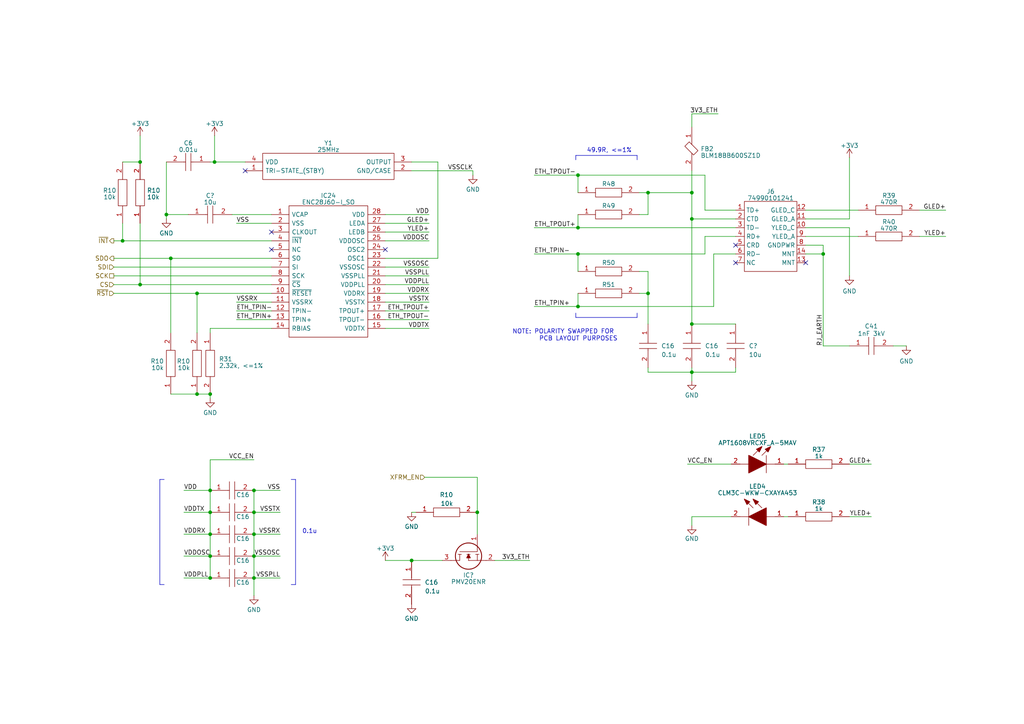
<source format=kicad_sch>
(kicad_sch (version 20231120) (generator "eeschema") (generator_version "8.0")
  (paper "A4")
  (title_block (title "Oro Link") (date "2023-07-15") (rev "6") (company "Oro Operating System") (comment 1 "://oro.sh") (comment 2 "Joshua Lee Junon"))
  (lib_symbols
    (symbol "Oro:74990101241"
      (property "Reference" "J" (at 10.16 2.54 0))
      (property "Value" "74990101241" (at 10.16 1.27 0))
      (symbol "74990101241_0_0"
        (pin unspecified line (at 0 -2.54 0) (length 2.54) (name "TD+") (number "1"))
        (pin unspecified line (at 20.32 -7.62 180) (length 2.54) (name "YLED_C") (number "10"))
        (pin unspecified line (at 20.32 -5.08 180) (length 2.54) (name "GLED_A") (number "11"))
        (pin unspecified line (at 20.32 -2.54 180) (length 2.54) (name "GLED_C") (number "12"))
        (pin unspecified line (at 20.32 -17.78 180) (length 2.54) (name "MNT") (number "13"))
        (pin unspecified line (at 20.32 -15.24 180) (length 2.54) (name "MNT") (number "14"))
        (pin unspecified line (at 0 -5.08 0) (length 2.54) (name "CTD") (number "2"))
        (pin unspecified line (at 0 -7.62 0) (length 2.54) (name "TD-") (number "3"))
        (pin unspecified line (at 0 -10.16 0) (length 2.54) (name "RD+") (number "4"))
        (pin unspecified line (at 0 -12.7 0) (length 2.54) (name "CRD") (number "5"))
        (pin unspecified line (at 0 -15.24 0) (length 2.54) (name "RD-") (number "6"))
        (pin unspecified line (at 0 -17.78 0) (length 2.54) (name "NC") (number "7"))
        (pin unspecified line (at 20.32 -12.7 180) (length 2.54) (name "GNDPWR") (number "8"))
        (pin unspecified line (at 20.32 -10.16 180) (length 2.54) (name "YLED_A") (number "9"))
      )
    )
    (symbol "Oro:AC0805FR-07470RL" (pin_names (offset 0.762))
      (property "Reference" "R" (at 13.97 6.35 0))
      (property "Value" "AC0805FR-07470RL" (at 13.97 3.81 0))
      (symbol "AC0805FR-07470RL_0_0"
        (pin passive line (at 0 0 0) (length 5.08) (name "~") (number "1"))
        (pin passive line (at 17.78 0 180) (length 5.08) (name "~") (number "2"))
      )
    )
    (symbol "Oro:FerriteBead" (pin_names (offset 0.762))
      (property "Reference" "FB" (at 6.096 -3.302 0))
      (property "Value" "FERRITE BEAD" (at 6.096 -4.064 0))
      (symbol "FerriteBead_0_0"
        (pin passive line (at 0 0 0) (length 5.08) (name "1") (number "1"))
        (pin passive line (at 12.7 0 180) (length 5.08) (name "2") (number "2"))
      )
    )
    (symbol "Oro:MSAST1L3YB5104KFNA01" (pin_names (offset 0.762))
      (property "Reference" "C" (at 8.89 6.35 0))
      (property "Value" "MSAST1L3YB5104KFNA01" (at 8.89 3.81 0))
      (symbol "MSAST1L3YB5104KFNA01_0_0"
        (pin passive line (at 0 0 0) (length 5.08) (name "~") (number "1"))
        (pin passive line (at 12.7 0 180) (length 5.08) (name "~") (number "2"))
      )
    )
    (symbol "SamacSys_Parts:885342210004" (pin_names (offset 0.762))
      (property "Reference" "C" (at 8.89 6.35 0))
      (property "Value" "885342210004" (at 8.89 3.81 0))
      (symbol "885342210004_0_0"
        (pin passive line (at 0 0 0) (length 5.08) (name "~") (number "1"))
        (pin passive line (at 12.7 0 180) (length 5.08) (name "~") (number "2"))
      )
    )
    (symbol "SamacSys_Parts:APT1608VRCXF_A-5MAV" (pin_names (offset 0.762))
      (property "Reference" "LED" (at 12.7 8.89 0))
      (property "Value" "APT1608VRCXF_A-5MAV" (at 12.7 6.35 0))
      (symbol "APT1608VRCXF_A-5MAV_0_0"
        (pin passive line (at 0 0 0) (length 2.54) (name "~") (number "1"))
        (pin passive line (at 15.24 0 180) (length 2.54) (name "~") (number "2"))
      )
    )
    (symbol "SamacSys_Parts:ASE-25.000MHZ-LC-T" (pin_names (offset 0.762))
      (property "Reference" "Y" (at 44.45 7.62 0))
      (property "Value" "ASE-25.000MHZ-LC-T" (at 44.45 5.08 0))
      (symbol "ASE-25.000MHZ-LC-T_0_0"
        (pin passive line (at 0 -2.54 0) (length 5.08) (name "TRI-STATE_(STBY)") (number "1"))
        (pin passive line (at 48.26 -2.54 180) (length 5.08) (name "GND/CASE") (number "2"))
        (pin passive line (at 48.26 0 180) (length 5.08) (name "OUTPUT") (number "3"))
        (pin passive line (at 0 0 0) (length 5.08) (name "VDD") (number "4"))
      )
    )
    (symbol "SamacSys_Parts:CL21B103KBANNNC" (pin_names (offset 0.762))
      (property "Reference" "C" (at 8.89 6.35 0))
      (property "Value" "CL21B103KBANNNC" (at 8.89 3.81 0))
      (symbol "CL21B103KBANNNC_0_0"
        (pin passive line (at 0 0 0) (length 5.08) (name "~") (number "1"))
        (pin passive line (at 12.7 0 180) (length 5.08) (name "~") (number "2"))
      )
    )
    (symbol "SamacSys_Parts:CLM3C-WKW-CXAYA453" (pin_names (offset 0.762))
      (property "Reference" "LED" (at 12.7 8.89 0))
      (property "Value" "CLM3C-WKW-CXAYA453" (at 12.7 6.35 0))
      (symbol "CLM3C-WKW-CXAYA453_0_0"
        (pin passive line (at 15.24 0 180) (length 2.54) (name "~") (number "1"))
        (pin passive line (at 0 0 0) (length 2.54) (name "~") (number "2"))
      )
    )
    (symbol "SamacSys_Parts:CSD13380F3T" (pin_names (offset 0.762))
      (property "Reference" "Q" (at 11.43 3.81 0))
      (property "Value" "CSD13380F3T" (at 11.43 1.27 0))
      (symbol "CSD13380F3T_0_0"
        (pin passive line (at 0 0 0) (length 2.54) (name "~") (number "1"))
        (pin passive line (at 7.62 -5.08 90) (length 2.54) (name "~") (number "2"))
        (pin passive line (at 7.62 10.16 270) (length 2.54) (name "~") (number "3"))
      )
    )
    (symbol "SamacSys_Parts:ENC28J60-I_SO" (pin_names (offset 0.762))
      (property "Reference" "IC4" (at 16.51 5.4991 0))
      (property "Value" "ENC28J60-I_SO" (at 16.51 3.5781 0))
      (symbol "ENC28J60-I_SO_0_0"
        (pin passive line (at 0 0 0) (length 5.08) (name "VCAP") (number "1"))
        (pin passive line (at 0 -22.86 0) (length 5.08) (name "~{RESET}") (number "10"))
        (pin passive line (at 0 -25.4 0) (length 5.08) (name "VSSRX") (number "11"))
        (pin passive line (at 0 -27.94 0) (length 5.08) (name "TPIN-") (number "12"))
        (pin passive line (at 0 -30.48 0) (length 5.08) (name "TPIN+") (number "13"))
        (pin passive line (at 0 -33.02 0) (length 5.08) (name "RBIAS") (number "14"))
        (pin passive line (at 33.02 -33.02 180) (length 5.08) (name "VDDTX") (number "15"))
        (pin passive line (at 33.02 -30.48 180) (length 5.08) (name "TPOUT-") (number "16"))
        (pin passive line (at 33.02 -27.94 180) (length 5.08) (name "TPOUT+") (number "17"))
        (pin passive line (at 33.02 -25.4 180) (length 5.08) (name "VSSTX") (number "18"))
        (pin passive line (at 33.02 -22.86 180) (length 5.08) (name "VDDRX") (number "19"))
        (pin passive line (at 0 -2.54 0) (length 5.08) (name "VSS") (number "2"))
        (pin passive line (at 33.02 -20.32 180) (length 5.08) (name "VDDPLL") (number "20"))
        (pin passive line (at 33.02 -17.78 180) (length 5.08) (name "VSSPLL") (number "21"))
        (pin passive line (at 33.02 -15.24 180) (length 5.08) (name "VSSOSC") (number "22"))
        (pin passive line (at 33.02 -12.7 180) (length 5.08) (name "OSC1") (number "23"))
        (pin passive line (at 33.02 -10.16 180) (length 5.08) (name "OSC2") (number "24"))
        (pin passive line (at 33.02 -7.62 180) (length 5.08) (name "VDDOSC") (number "25"))
        (pin passive line (at 33.02 -5.08 180) (length 5.08) (name "LEDB") (number "26"))
        (pin passive line (at 33.02 -2.54 180) (length 5.08) (name "LEDA") (number "27"))
        (pin passive line (at 33.02 0 180) (length 5.08) (name "VDD") (number "28"))
        (pin passive line (at 0 -5.08 0) (length 5.08) (name "CLKOUT") (number "3"))
        (pin passive line (at 0 -7.62 0) (length 5.08) (name "~{INT}") (number "4"))
        (pin unspecified line (at 0 -10.16 0) (length 5.08) (name "NC") (number "5"))
        (pin passive line (at 0 -12.7 0) (length 5.08) (name "SO") (number "6"))
        (pin passive line (at 0 -15.24 0) (length 5.08) (name "SI") (number "7"))
        (pin passive line (at 0 -17.78 0) (length 5.08) (name "SCK") (number "8"))
        (pin passive line (at 0 -20.32 0) (length 5.08) (name "~{CS}") (number "9"))
      )
    )
    (symbol "SamacSys_Parts:ERJ-P06F2321V" (pin_names (offset 0.762))
      (property "Reference" "R" (at 13.97 6.35 0))
      (property "Value" "ERJ-P06F2321V" (at 13.97 3.81 0))
      (symbol "ERJ-P06F2321V_0_0"
        (pin passive line (at 0 0 0) (length 5.08) (name "~") (number "1"))
        (pin passive line (at 17.78 0 180) (length 5.08) (name "~") (number "2"))
      )
    )
    (symbol "SamacSys_Parts:LMK212ABJ106KG8T" (pin_names (offset 0.762))
      (property "Reference" "C" (at 8.89 6.35 0))
      (property "Value" "LMK212ABJ106KG8T" (at 8.89 3.81 0))
      (symbol "LMK212ABJ106KG8T_0_0"
        (pin passive line (at 0 0 0) (length 5.08) (name "~") (number "1"))
        (pin passive line (at 12.7 0 180) (length 5.08) (name "~") (number "2"))
      )
    )
    (symbol "SamacSys_Parts:RK73H1ETTP1002F" (pin_names (offset 0.762))
      (property "Reference" "R" (at 13.97 6.35 0))
      (property "Value" "RK73H1ETTP1002F" (at 13.97 3.81 0))
      (symbol "RK73H1ETTP1002F_0_0"
        (pin passive line (at 0 0 0) (length 5.08) (name "~") (number "1"))
        (pin passive line (at 17.78 0 180) (length 5.08) (name "~") (number "2"))
      )
    )
    (symbol "SamacSys_Parts:RT0402FRE0749R9L" (pin_names (offset 0.762))
      (property "Reference" "R" (at 13.97 6.35 0))
      (property "Value" "RT0402FRE0749R9L" (at 13.97 3.81 0))
      (symbol "RT0402FRE0749R9L_0_0"
        (pin passive line (at 0 0 0) (length 5.08) (name "~") (number "1"))
        (pin passive line (at 17.78 0 180) (length 5.08) (name "~") (number "2"))
      )
    )
    (symbol "SamacSys_Parts:SG73P2ATTD102J" (pin_names (offset 0.762))
      (property "Reference" "R" (at 13.97 6.35 0))
      (property "Value" "SG73P2ATTD102J" (at 13.97 3.81 0))
      (symbol "SG73P2ATTD102J_0_0"
        (pin passive line (at 0 0 0) (length 5.08) (name "~") (number "1"))
        (pin passive line (at 17.78 0 180) (length 5.08) (name "~") (number "2"))
      )
    )
    (symbol "power:+3V3" (power) (pin_names (offset 0))
      (property "Value" "+3V3" (at 0 3.556 0))
      (symbol "+3V3_1_1"
        (pin power_in line (at 0 0 90) (length 0) hide (name "+3V3") (number "1"))
      )
    )
    (symbol "power:GND" (power) (pin_names (offset 0))
      (property "Value" "GND" (at 0 -3.81 0))
      (symbol "GND_1_1"
        (pin power_in line (at 0 0 270) (length 0) hide (name "GND") (number "1"))
      )
    )
  )
  (junction (at 167.64 66.04))
  (junction (at 187.96 85.09))
  (junction (at 167.64 50.8))
  (junction (at 62.23 46.99))
  (junction (at 48.26 62.23))
  (junction (at 60.96 148.59))
  (junction (at 73.66 148.59))
  (junction (at 200.66 93.98))
  (junction (at 60.96 142.24))
  (junction (at 167.64 88.9))
  (junction (at 60.96 167.64))
  (junction (at 60.96 154.94))
  (junction (at 119.38 162.56))
  (junction (at 60.96 114.3))
  (junction (at 73.66 161.29))
  (junction (at 40.64 46.99))
  (junction (at 73.66 167.64))
  (junction (at 200.66 55.88))
  (junction (at 187.96 55.88))
  (junction (at 40.64 82.55))
  (junction (at 238.76 73.66))
  (junction (at 200.66 107.95))
  (junction (at 200.66 63.5))
  (junction (at 167.64 73.66))
  (junction (at 60.96 161.29))
  (junction (at 57.15 114.3))
  (junction (at 73.66 154.94))
  (junction (at 49.53 74.93))
  (junction (at 138.43 148.59))
  (junction (at 57.15 85.09))
  (junction (at 73.66 142.24))
  (junction (at 35.56 69.85))
  (no_connect (at 213.36 71.12))
  (no_connect (at 71.12 49.53))
  (no_connect (at 233.68 76.2))
  (no_connect (at 78.74 72.39))
  (no_connect (at 213.36 76.2))
  (no_connect (at 111.76 72.39))
  (no_connect (at 78.74 67.31))
  (wire (pts (xy 204.47 50.8) (xy 167.64 50.8)))
  (wire (pts (xy 167.64 88.9) (xy 207.01 88.9)))
  (wire (pts (xy 187.96 106.68) (xy 187.96 107.95)))
  (wire (pts (xy 207.01 88.9) (xy 207.01 73.66)))
  (wire (pts (xy 60.96 133.35) (xy 60.96 142.24)))
  (wire (pts (xy 233.68 71.12) (xy 238.76 71.12)))
  (wire (pts (xy 111.76 85.09) (xy 124.46 85.09)))
  (wire (pts (xy 33.02 82.55) (xy 40.64 82.55)))
  (wire (pts (xy 49.53 74.93) (xy 49.53 96.52)))
  (wire (pts (xy 60.96 154.94) (xy 60.96 161.29)))
  (wire (pts (xy 60.96 46.99) (xy 62.23 46.99)))
  (wire (pts (xy 187.96 107.95) (xy 200.66 107.95)))
  (wire (pts (xy 48.26 46.99) (xy 48.26 62.23)))
  (wire (pts (xy 187.96 85.09) (xy 187.96 93.98)))
  (wire (pts (xy 248.92 60.96) (xy 233.68 60.96)))
  (wire (pts (xy 73.66 148.59) (xy 81.28 148.59)))
  (wire (pts (xy 60.96 114.3) (xy 57.15 114.3)))
  (wire (pts (xy 137.16 49.53) (xy 137.16 50.8)))
  (wire (pts (xy 111.76 162.56) (xy 119.38 162.56)))
  (wire (pts (xy 33.02 85.09) (xy 57.15 85.09)))
  (wire (pts (xy 60.96 161.29) (xy 53.34 161.29)))
  (wire (pts (xy 200.66 33.02) (xy 208.28 33.02)))
  (wire (pts (xy 200.66 55.88) (xy 200.66 63.5)))
  (wire (pts (xy 238.76 100.33) (xy 246.38 100.33)))
  (wire (pts (xy 200.66 149.86) (xy 212.09 149.86)))
  (wire (pts (xy 167.64 85.09) (xy 167.64 88.9)))
  (wire (pts (xy 127 46.99) (xy 127 74.93)))
  (wire (pts (xy 187.96 55.88) (xy 187.96 62.23)))
  (wire (pts (xy 33.02 77.47) (xy 78.74 77.47)))
  (wire (pts (xy 73.66 142.24) (xy 73.66 148.59)))
  (wire (pts (xy 111.76 69.85) (xy 124.46 69.85)))
  (wire (pts (xy 60.96 161.29) (xy 60.96 167.64)))
  (wire (pts (xy 207.01 73.66) (xy 213.36 73.66)))
  (wire (pts (xy 212.09 134.62) (xy 199.39 134.62)))
  (wire (pts (xy 33.02 74.93) (xy 49.53 74.93)))
  (wire (pts (xy 213.36 93.98) (xy 200.66 93.98)))
  (wire (pts (xy 78.74 64.77) (xy 68.58 64.77)))
  (wire (pts (xy 48.26 63.5) (xy 48.26 62.23)))
  (wire (pts (xy 127 74.93) (xy 111.76 74.93)))
  (wire (pts (xy 33.02 80.01) (xy 78.74 80.01)))
  (wire (pts (xy 200.66 149.86) (xy 200.66 152.4)))
  (wire (pts (xy 227.33 134.62) (xy 228.6 134.62)))
  (wire (pts (xy 111.76 77.47) (xy 124.46 77.47)))
  (wire (pts (xy 111.76 90.17) (xy 124.46 90.17)))
  (wire (pts (xy 73.66 154.94) (xy 81.28 154.94)))
  (wire (pts (xy 73.66 148.59) (xy 73.66 154.94)))
  (wire (pts (xy 73.66 167.64) (xy 73.66 172.72)))
  (wire (pts (xy 35.56 46.99) (xy 40.64 46.99)))
  (wire (pts (xy 111.76 62.23) (xy 124.46 62.23)))
  (wire (pts (xy 252.73 149.86) (xy 246.38 149.86)))
  (wire (pts (xy 78.74 95.25) (xy 60.96 95.25)))
  (wire (pts (xy 204.47 68.58) (xy 213.36 68.58)))
  (wire (pts (xy 62.23 46.99) (xy 71.12 46.99)))
  (wire (pts (xy 73.66 154.94) (xy 73.66 161.29)))
  (wire (pts (xy 204.47 73.66) (xy 204.47 68.58)))
  (wire (pts (xy 73.66 161.29) (xy 81.28 161.29)))
  (wire (pts (xy 111.76 82.55) (xy 124.46 82.55)))
  (wire (pts (xy 204.47 50.8) (xy 204.47 60.96)))
  (wire (pts (xy 60.96 167.64) (xy 53.34 167.64)))
  (wire (pts (xy 252.73 134.62) (xy 246.38 134.62)))
  (wire (pts (xy 60.96 133.35) (xy 73.66 133.35)))
  (wire (pts (xy 200.66 33.02) (xy 200.66 36.83)))
  (wire (pts (xy 60.96 154.94) (xy 53.34 154.94)))
  (wire (pts (xy 200.66 106.68) (xy 200.66 107.95)))
  (wire (pts (xy 73.66 142.24) (xy 81.28 142.24)))
  (wire (pts (xy 274.32 60.96) (xy 266.7 60.96)))
  (wire (pts (xy 138.43 148.59) (xy 138.43 154.94)))
  (wire (pts (xy 233.68 68.58) (xy 248.92 68.58)))
  (wire (pts (xy 138.43 138.43) (xy 138.43 148.59)))
  (wire (pts (xy 40.64 82.55) (xy 78.74 82.55)))
  (wire (pts (xy 246.38 66.04) (xy 246.38 80.01)))
  (wire (pts (xy 238.76 73.66) (xy 233.68 73.66)))
  (wire (pts (xy 167.64 62.23) (xy 167.64 66.04)))
  (wire (pts (xy 127 46.99) (xy 119.38 46.99)))
  (wire (pts (xy 60.96 148.59) (xy 53.34 148.59)))
  (wire (pts (xy 33.02 69.85) (xy 35.56 69.85)))
  (wire (pts (xy 49.53 114.3) (xy 57.15 114.3)))
  (wire (pts (xy 187.96 78.74) (xy 185.42 78.74)))
  (wire (pts (xy 60.96 142.24) (xy 53.34 142.24)))
  (wire (pts (xy 40.64 64.77) (xy 40.64 82.55)))
  (wire (pts (xy 111.76 80.01) (xy 124.46 80.01)))
  (wire (pts (xy 111.76 87.63) (xy 124.46 87.63)))
  (wire (pts (xy 185.42 62.23) (xy 187.96 62.23)))
  (wire (pts (xy 120.65 148.59) (xy 119.38 148.59)))
  (wire (pts (xy 57.15 85.09) (xy 57.15 96.52)))
  (wire (pts (xy 246.38 45.72) (xy 246.38 63.5)))
  (wire (pts (xy 124.46 67.31) (xy 111.76 67.31)))
  (wire (pts (xy 167.64 50.8) (xy 167.64 55.88)))
  (wire (pts (xy 213.36 107.95) (xy 213.36 106.68)))
  (wire (pts (xy 73.66 167.64) (xy 81.28 167.64)))
  (wire (pts (xy 204.47 60.96) (xy 213.36 60.96)))
  (wire (pts (xy 227.33 149.86) (xy 228.6 149.86)))
  (wire (pts (xy 68.58 90.17) (xy 78.74 90.17)))
  (wire (pts (xy 154.94 88.9) (xy 167.64 88.9)))
  (wire (pts (xy 143.51 162.56) (xy 153.67 162.56)))
  (wire (pts (xy 167.64 73.66) (xy 204.47 73.66)))
  (wire (pts (xy 123.19 138.43) (xy 138.43 138.43)))
  (wire (pts (xy 111.76 92.71) (xy 124.46 92.71)))
  (wire (pts (xy 167.64 66.04) (xy 213.36 66.04)))
  (wire (pts (xy 274.32 68.58) (xy 266.7 68.58)))
  (wire (pts (xy 60.96 148.59) (xy 60.96 154.94)))
  (wire (pts (xy 62.23 39.37) (xy 62.23 46.99)))
  (wire (pts (xy 187.96 78.74) (xy 187.96 85.09)))
  (wire (pts (xy 187.96 55.88) (xy 200.66 55.88)))
  (wire (pts (xy 124.46 64.77) (xy 111.76 64.77)))
  (wire (pts (xy 111.76 95.25) (xy 124.46 95.25)))
  (wire (pts (xy 48.26 62.23) (xy 54.61 62.23)))
  (wire (pts (xy 167.64 50.8) (xy 154.94 50.8)))
  (wire (pts (xy 60.96 95.25) (xy 60.96 96.52)))
  (wire (pts (xy 167.64 73.66) (xy 167.64 78.74)))
  (wire (pts (xy 200.66 107.95) (xy 200.66 110.49)))
  (wire (pts (xy 35.56 64.77) (xy 35.56 69.85)))
  (wire (pts (xy 49.53 74.93) (xy 78.74 74.93)))
  (wire (pts (xy 200.66 49.53) (xy 200.66 55.88)))
  (wire (pts (xy 119.38 162.56) (xy 128.27 162.56)))
  (wire (pts (xy 40.64 39.37) (xy 40.64 46.99)))
  (wire (pts (xy 60.96 115.57) (xy 60.96 114.3)))
  (wire (pts (xy 67.31 62.23) (xy 78.74 62.23)))
  (wire (pts (xy 73.66 161.29) (xy 73.66 167.64)))
  (wire (pts (xy 78.74 87.63) (xy 68.58 87.63)))
  (wire (pts (xy 185.42 85.09) (xy 187.96 85.09)))
  (wire (pts (xy 200.66 107.95) (xy 213.36 107.95)))
  (wire (pts (xy 57.15 85.09) (xy 78.74 85.09)))
  (wire (pts (xy 154.94 73.66) (xy 167.64 73.66)))
  (wire (pts (xy 259.08 100.33) (xy 262.89 100.33)))
  (wire (pts (xy 35.56 69.85) (xy 78.74 69.85)))
  (wire (pts (xy 200.66 63.5) (xy 200.66 93.98)))
  (wire (pts (xy 200.66 63.5) (xy 213.36 63.5)))
  (wire (pts (xy 68.58 92.71) (xy 78.74 92.71)))
  (wire (pts (xy 238.76 73.66) (xy 238.76 100.33)))
  (wire (pts (xy 238.76 71.12) (xy 238.76 73.66)))
  (wire (pts (xy 60.96 142.24) (xy 60.96 148.59)))
  (wire (pts (xy 233.68 66.04) (xy 246.38 66.04)))
  (wire (pts (xy 119.38 49.53) (xy 137.16 49.53)))
  (wire (pts (xy 167.64 66.04) (xy 154.94 66.04)))
  (wire (pts (xy 233.68 63.5) (xy 246.38 63.5)))
  (wire (pts (xy 185.42 55.88) (xy 187.96 55.88)))
  (rectangle (start 84.455 139.065) (end 85.725 139.065))
  (rectangle (start 84.455 169.545) (end 85.725 169.545))
  (rectangle (start 46.355 169.545) (end 47.625 169.545))
  (rectangle (start 184.785 92.075) (end 167.005 92.075))
  (rectangle (start 85.725 139.065) (end 85.725 169.545))
  (rectangle (start 184.785 90.805) (end 184.785 92.075))
  (rectangle (start 167.005 45.085) (end 167.005 46.355))
  (rectangle (start 167.005 90.805) (end 167.005 92.075))
  (rectangle (start 184.785 45.085) (end 184.785 46.355))
  (rectangle (start 46.355 139.065) (end 46.355 169.545))
  (rectangle (start 167.005 45.085) (end 184.785 45.085))
  (rectangle (start 46.355 139.065) (end 47.625 139.065))
  (text "0.1u" (at 87.63 154.94 0) (effects (font (size 1.27 1.27)) (justify left bottom)))
  (text "NOTE: POLARITY SWAPPED FOR\n        PCB LAYOUT PURPOSES" (at 148.59 99.06 0) (effects (font (size 1.27 1.27)) (justify left bottom)))
  (text "49.9R, <=1%" (at 170.18 44.45 0) (effects (font (size 1.27 1.27)) (justify left bottom)))
  (label "VCC_EN" (at 73.66 133.35 180))
  (label "ETH_TPIN+" (at 68.58 92.71 0))
  (label "VDDTX" (at 124.46 95.25 180))
  (label "VDDPLL" (at 124.46 82.55 180))
  (label "ETH_TPOUT+" (at 124.46 90.17 180))
  (label "VSSPLL" (at 124.46 80.01 180))
  (label "ETH_TPOUT-" (at 154.94 50.8 0))
  (label "VDDOSC" (at 124.46 69.85 180))
  (label "VSS" (at 68.58 64.77 0))
  (label "VDDRX" (at 53.34 154.94 0))
  (label "YLED+" (at 274.32 68.58 180))
  (label "YLED+" (at 252.73 149.86 180))
  (label "YLED+" (at 124.46 67.31 180))
  (label "3V3_ETH" (at 153.67 162.56 180))
  (label "VSSPLL" (at 81.28 167.64 180))
  (label "VSSTX" (at 124.46 87.63 180))
  (label "GLED+" (at 252.73 134.62 180))
  (label "VSSRX" (at 68.58 87.63 0))
  (label "VDDTX" (at 53.34 148.59 0))
  (label "VSSRX" (at 81.28 154.94 180))
  (label "RJ_EARTH" (at 238.76 100.33 90))
  (label "ETH_TPIN-" (at 154.94 73.66 0))
  (label "ETH_TPIN+" (at 154.94 88.9 0))
  (label "ETH_TPOUT-" (at 124.46 92.71 180))
  (label "VSS" (at 81.28 142.24 180))
  (label "VDDOSC" (at 53.34 161.29 0))
  (label "GLED+" (at 124.46 64.77 180))
  (label "VDD" (at 53.34 142.24 0))
  (label "ETH_TPIN-" (at 68.58 90.17 0))
  (label "VDDRX" (at 124.46 85.09 180))
  (label "3V3_ETH" (at 208.28 33.02 180))
  (label "VCC_EN" (at 199.39 134.62 0))
  (label "ETH_TPOUT+" (at 154.94 66.04 0))
  (label "VSSOSC" (at 81.28 161.29 180))
  (label "VSSOSC" (at 124.46 77.47 180))
  (label "VSSCLK" (at 137.16 49.53 180))
  (label "VDDPLL" (at 53.34 167.64 0))
  (label "GLED+" (at 274.32 60.96 180))
  (label "VSSTX" (at 81.28 148.59 180))
  (label "VDD" (at 124.46 62.23 180))
  (hierarchical_label "CS" (shape input) (at 33.02 82.55 180))
  (hierarchical_label "SCK" (shape passive) (at 33.02 80.01 180))
  (hierarchical_label "~{INT}" (shape output) (at 33.02 69.85 180))
  (hierarchical_label "SDO" (shape output) (at 33.02 74.93 180))
  (hierarchical_label "SDI" (shape input) (at 33.02 77.47 180))
  (hierarchical_label "~{RST}" (shape input) (at 33.02 85.09 180))
  (hierarchical_label "XFRM_EN" (shape input) (at 123.19 138.43 180))
  (symbol (lib_id "power:GND") (at 200.66 110.49 0) (unit 1)
    (property "Reference" "#PWR052" (effects (hide yes)))
    (property "Value" "GND" (at 200.66 114.6255 0))
    (instances (project "OroLink" (path "" (reference "#PWR052") (unit 1)) (path "" (reference "#PWR065") (unit 1))))
  )
  (symbol (lib_id "power:+3V3") (at 246.38 45.72 0) (unit 1)
    (property "Reference" "#PWR084" (effects (hide yes)))
    (property "Value" "+3V3" (at 246.38 42.2181 0))
    (instances (project "OroLink" (path "" (reference "#PWR084") (unit 1)) (path "" (reference "#PWR085") (unit 1))))
  )
  (symbol (lib_id "SamacSys_Parts:ERJ-P06F2321V") (at 60.96 96.52 270) (unit 1)
    (property "Reference" "R31" (at 63.5 104.14 90) (effects (justify left)))
    (property "Value" "2.32k, <=1%" (at 63.5 106.061 90) (effects (justify left)))
    (property "Footprint" "SamacSys_Parts:ERJP06__0805_" (effects (hide yes)))
    (property "Datasheet" "https://industrial.panasonic.com/cdbs/www-data/pdf/RDO0000/AOA0000C331.pdf" (effects (hide yes)))
    (property "Description" "Thick Film Resistors - SMD 0805 2.32Kohms 0.5W 1% AEC-Q200" (effects (hide yes)))
    (property "Height" "0.7" (effects (hide yes)))
    (property "Manufacturer_Name" "Panasonic" (effects (hide yes)))
    (property "Manufacturer_Part_Number" "ERJ-P06F2321V" (effects (hide yes)))
    (property "Mouser Part Number" "667-ERJ-P06F2321V" (effects (hide yes)))
    (property "Mouser Price/Stock" "https://www.mouser.com/Search/Refine.aspx?Keyword=667-ERJ-P06F2321V" (effects (hide yes)))
    (instances (project "OroLink" (path "" (reference "R31") (unit 1)) (path "" (reference "R46") (unit 1))))
  )
  (symbol (lib_id "Oro:MSAST1L3YB5104KFNA01") (at 200.66 93.98 90) (mirror x) (unit 1)
    (property "Reference" "C16" (at 204.47 100.33 90) (effects (justify right)))
    (property "Value" "0.1u" (at 208.915 102.87 90) (effects (justify left)))
    (property "Footprint" "CAPC1005X33N" (effects (hide yes)))
    (property "Datasheet" "https://www.mouser.de/datasheet/2/396/TaiyoYuden_MSAST1L3YB5104KFNA01_SS-3009733.pdf" (effects (hide yes)))
    (property "Description" "Multilayer Ceramic Capacitors MLCC - SMD/SMT 0402 25VDC 0.1uF 10% X5R" (effects (hide yes)))
    (property "Height" "0.33" (effects (hide yes)))
    (property "Manufacturer_Name" "TAIYO YUDEN" (effects (hide yes)))
    (property "Manufacturer_Part_Number" "MSAST1L3YB5104KFNA01" (effects (hide yes)))
    (property "Mouser Part Number" "963-MSAST1L3YB5104KF" (effects (hide yes)))
    (property "Mouser Price/Stock" "https://www.mouser.de/ProductDetail/TAIYO-YUDEN/MSAST1L3YB5104KFNA01?qs=tlsG%2FOw5FFhBwK%252BMwEZpCA%3D%3D" (effects (hide yes)))
    (instances (project "Oro Testbed v2" (path "" (reference "C16") (unit 1))) (project "OroLink" (path "" (reference "C39") (unit 1)) (path "" (reference "C51") (unit 1))))
  )
  (symbol (lib_id "power:+3V3") (at 40.64 39.37 0) (unit 1)
    (property "Reference" "#PWR043" (effects (hide yes)))
    (property "Value" "+3V3" (at 40.64 35.8681 0))
    (instances (project "OroLink" (path "" (reference "#PWR043") (unit 1)) (path "" (reference "#PWR047") (unit 1))))
  )
  (symbol (lib_id "Oro:MSAST1L3YB5104KFNA01") (at 119.38 162.56 90) (mirror x) (unit 1)
    (property "Reference" "C16" (at 123.19 168.91 90) (effects (justify right)))
    (property "Value" "0.1u" (at 127.635 171.45 90) (effects (justify left)))
    (property "Footprint" "CAPC1005X33N" (effects (hide yes)))
    (property "Datasheet" "https://www.mouser.de/datasheet/2/396/TaiyoYuden_MSAST1L3YB5104KFNA01_SS-3009733.pdf" (effects (hide yes)))
    (property "Description" "Multilayer Ceramic Capacitors MLCC - SMD/SMT 0402 25VDC 0.1uF 10% X5R" (effects (hide yes)))
    (property "Height" "0.33" (effects (hide yes)))
    (property "Manufacturer_Name" "TAIYO YUDEN" (effects (hide yes)))
    (property "Manufacturer_Part_Number" "MSAST1L3YB5104KFNA01" (effects (hide yes)))
    (property "Mouser Part Number" "963-MSAST1L3YB5104KF" (effects (hide yes)))
    (property "Mouser Price/Stock" "https://www.mouser.de/ProductDetail/TAIYO-YUDEN/MSAST1L3YB5104KFNA01?qs=tlsG%2FOw5FFhBwK%252BMwEZpCA%3D%3D" (effects (hide yes)))
    (instances (project "Oro Testbed v2" (path "" (reference "C16") (unit 1))) (project "OroLink" (path "" (reference "C37") (unit 1)) (path "" (reference "C49") (unit 1))))
  )
  (symbol (lib_id "SamacSys_Parts:LMK212ABJ106KG8T") (at 54.61 62.23 0) (unit 1)
    (property "Reference" "C?" (at 60.96 56.7309 0))
    (property "Value" "10u" (at 60.96 58.6519 0))
    (property "Footprint" "SamacSys_Parts:CAPC2012X135N" (effects (hide yes)))
    (property "Datasheet" "https://www.mouser.mx/datasheet/2/396/mlcc06_hq_AUTO_e-1901145.pdf" (effects (hide yes)))
    (property "Description" "Multilayer Ceramic Capacitors MLCC - SMD/SMT 0805 10VDC 10uF 10% X5R" (effects (hide yes)))
    (property "Height" "1.35" (effects (hide yes)))
    (property "Manufacturer_Name" "TAIYO YUDEN" (effects (hide yes)))
    (property "Manufacturer_Part_Number" "LMK212ABJ106KG8T" (effects (hide yes)))
    (property "Mouser Part Number" "963-LMK212ABJ106KG8T" (effects (hide yes)))
    (property "Mouser Price/Stock" "https://www.mouser.co.uk/ProductDetail/Taiyo-Yuden/LMK212ABJ106KG8T?qs=DPoM0jnrROXr%252BNWMCZEUdQ%3D%3D" (effects (hide yes)))
    (instances (project "Oro Testbed v2" (path "" (reference "C?") (unit 1)) (path "" (reference "C25") (unit 1))) (project "OroLink" (path "" (reference "C30") (unit 1)) (path "" (reference "C42") (unit 1))))
  )
  (symbol (lib_id "power:GND") (at 200.66 152.4 0) (unit 1)
    (property "Reference" "#PWR053" (effects (hide yes)))
    (property "Value" "GND" (at 200.66 156.21 0))
    (instances (project "OroLink" (path "" (reference "#PWR053") (unit 1)) (path "" (reference "#PWR066") (unit 1))))
  )
  (symbol (lib_id "Oro:MSAST1L3YB5104KFNA01") (at 60.96 142.24 0) (mirror x) (unit 1)
    (property "Reference" "C16" (at 72.39 143.51 0) (effects (justify right)))
    (property "Value" "0.1u" (effects (hide yes)))
    (property "Footprint" "CAPC1005X33N" (effects (hide yes)))
    (property "Datasheet" "https://www.mouser.de/datasheet/2/396/TaiyoYuden_MSAST1L3YB5104KFNA01_SS-3009733.pdf" (effects (hide yes)))
    (property "Description" "Multilayer Ceramic Capacitors MLCC - SMD/SMT 0402 25VDC 0.1uF 10% X5R" (effects (hide yes)))
    (property "Height" "0.33" (effects (hide yes)))
    (property "Manufacturer_Name" "TAIYO YUDEN" (effects (hide yes)))
    (property "Manufacturer_Part_Number" "MSAST1L3YB5104KFNA01" (effects (hide yes)))
    (property "Mouser Part Number" "963-MSAST1L3YB5104KF" (effects (hide yes)))
    (property "Mouser Price/Stock" "https://www.mouser.de/ProductDetail/TAIYO-YUDEN/MSAST1L3YB5104KFNA01?qs=tlsG%2FOw5FFhBwK%252BMwEZpCA%3D%3D" (effects (hide yes)))
    (instances (project "Oro Testbed v2" (path "" (reference "C16") (unit 1))) (project "OroLink" (path "" (reference "C32") (unit 1)) (path "" (reference "C44") (unit 1))))
  )
  (symbol (lib_id "power:GND") (at 48.26 63.5 0) (unit 1)
    (property "Reference" "#PWR044" (effects (hide yes)))
    (property "Value" "GND" (at 48.26 67.6355 0))
    (instances (project "OroLink" (path "" (reference "#PWR044") (unit 1)) (path "" (reference "#PWR057") (unit 1))))
  )
  (symbol (lib_id "SamacSys_Parts:RT0402FRE0749R9L") (at 167.64 55.88 0) (unit 1)
    (property "Reference" "R48" (at 176.53 53.34 0))
    (property "Value" "RMCF0201FT49R9" (effects (hide yes)))
    (property "Footprint" "RESC1005X35N" (effects (hide yes)))
    (property "Datasheet" "https://www.yageo.com/upload/media/product/productsearch/datasheet/rchip/PYu-RT_1-to-0.01_RoHS_L_12.pdf" (effects (hide yes)))
    (property "Description" "Thin Film Resistors - SMD 1/16W 49.9 ohm 1% 50ppm" (effects (hide yes)))
    (property "Height" "0.35" (effects (hide yes)))
    (property "Manufacturer_Name" "KEMET" (effects (hide yes)))
    (property "Manufacturer_Part_Number" "RT0402FRE0749R9L" (effects (hide yes)))
    (property "Mouser Part Number" "603-RT0402FRE0749R9L" (effects (hide yes)))
    (property "Mouser Price/Stock" "https://www.mouser.co.uk/ProductDetail/YAGEO/RT0402FRE0749R9L?qs=BXCcY9r%252B08DCeDbjVY2nZg%3D%3D" (effects (hide yes)))
    (instances (project "OroLink" (path "" (reference "R48") (unit 1)) (path "" (reference "R33") (unit 1))))
  )
  (symbol (lib_id "SamacSys_Parts:RK73H1ETTP1002F") (at 35.56 64.77 90) (unit 1)
    (property "Reference" "R10" (at 29.845 55.245 90) (effects (justify right)))
    (property "Value" "10k" (at 33.655 57.15 90) (effects (justify left)))
    (property "Footprint" "RESC1005X40N" (effects (hide yes)))
    (property "Datasheet" "http://www.koaspeer.com/catimages/Products/RK73-RT/RK73-RT.pdf" (effects (hide yes)))
    (property "Description" "Resistor,ThickFilm1005,0.063W,10kohm" (effects (hide yes)))
    (property "Height" "0.4" (effects (hide yes)))
    (property "Manufacturer_Name" "KOA Speer" (effects (hide yes)))
    (property "Manufacturer_Part_Number" "RK73H1ETTP1002F" (effects (hide yes)))
    (property "Mouser Part Number" "660-RK73H1ETTP1002F" (effects (hide yes)))
    (property "Mouser Price/Stock" "https://www.mouser.co.uk/ProductDetail/KOA-Speer/RK73H1ETTP1002F?qs=uLfVlVfCHH2OZ4JTybrBPQ%3D%3D" (effects (hide yes)))
    (property "Arrow Part Number" "RK73H1ETTP1002F" (effects (hide yes)))
    (property "Arrow Price/Stock" "https://www.arrow.com/en/products/rk73h1ettp1002f/koa-speer-electronics?region=nac" (effects (hide yes)))
    (instances (project "Oro Testbed v2" (path "" (reference "R10") (unit 1)) (path "" (reference "R8") (unit 1))) (project "OroLink" (path "" (reference "R26") (unit 1)) (path "" (reference "R41") (unit 1))))
  )
  (symbol (lib_id "SamacSys_Parts:APT1608VRCXF_A-5MAV") (at 227.33 134.62 0) (mirror y) (unit 1)
    (property "Reference" "LED5" (at 219.71 126.5301 0))
    (property "Value" "APT1608VRCXF_A-5MAV" (at 219.71 128.4511 0))
    (property "Footprint" "APT1608VRCXFA5MAV" (effects (hide yes)))
    (property "Datasheet" "http://www.kingbrightusa.com/images/catalog/SPEC/APA1606VRBXF-A-5MAV.pdf" (effects (hide yes)))
    (property "Description" "Standard LEDs - SMD 1608 SMD LED Cyan" (effects (hide yes)))
    (property "Height" "0.6" (effects (hide yes)))
    (property "Manufacturer_Name" "Kingbright" (effects (hide yes)))
    (property "Manufacturer_Part_Number" "APT1608VRCXF/A-5MAV" (effects (hide yes)))
    (property "Mouser Part Number" "604-APT1608VRCXF5MAV" (effects (hide yes)))
    (property "Mouser Price/Stock" "https://www.mouser.co.uk/ProductDetail/Kingbright/APT1608VRCXF-A-5MAV?qs=xhbEVWpZdWce9Oiwfj8Zmw%3D%3D" (effects (hide yes)))
    (property "Arrow Part Number" "APT1608VRCXF/A-5MAV" (effects (hide yes)))
    (property "Arrow Price/Stock" "https://www.arrow.com/en/products/apt1608vrcxfa-5mav/kingbright" (effects (hide yes)))
    (instances (project "OroLink" (path "" (reference "LED5") (unit 1)) (path "" (reference "LED7") (unit 1))))
  )
  (symbol (lib_id "SamacSys_Parts:RT0402FRE0749R9L") (at 167.64 78.74 0) (unit 1)
    (property "Reference" "R50" (at 176.53 76.2 0))
    (property "Value" "RMCF0201FT49R9" (effects (hide yes)))
    (property "Footprint" "RESC1005X35N" (effects (hide yes)))
    (property "Datasheet" "https://www.yageo.com/upload/media/product/productsearch/datasheet/rchip/PYu-RT_1-to-0.01_RoHS_L_12.pdf" (effects (hide yes)))
    (property "Description" "Thin Film Resistors - SMD 1/16W 49.9 ohm 1% 50ppm" (effects (hide yes)))
    (property "Height" "0.35" (effects (hide yes)))
    (property "Manufacturer_Name" "KEMET" (effects (hide yes)))
    (property "Manufacturer_Part_Number" "RT0402FRE0749R9L" (effects (hide yes)))
    (property "Mouser Part Number" "603-RT0402FRE0749R9L" (effects (hide yes)))
    (property "Mouser Price/Stock" "https://www.mouser.co.uk/ProductDetail/YAGEO/RT0402FRE0749R9L?qs=BXCcY9r%252B08DCeDbjVY2nZg%3D%3D" (effects (hide yes)))
    (instances (project "OroLink" (path "" (reference "R50") (unit 1)) (path "" (reference "R35") (unit 1))))
  )
  (symbol (lib_id "SamacSys_Parts:SG73P2ATTD102J") (at 228.6 134.62 0) (unit 1)
    (property "Reference" "R37" (at 237.49 130.3909 0))
    (property "Value" "1k" (at 237.49 132.3119 0))
    (property "Footprint" "RESC2012X60N" (effects (hide yes)))
    (property "Datasheet" "https://componentsearchengine.com/Datasheets/1/SG73P2ATTD102J.pdf" (effects (hide yes)))
    (property "Description" "Thick Film Resistors - SMD 0.25W 1Kohm 5% 200ppm Anti-Pulse" (effects (hide yes)))
    (property "Height" "0.6" (effects (hide yes)))
    (property "Manufacturer_Name" "KOA Speer" (effects (hide yes)))
    (property "Manufacturer_Part_Number" "SG73P2ATTD102J" (effects (hide yes)))
    (property "Mouser Part Number" "660-SG73P2ATTD102J" (effects (hide yes)))
    (property "Mouser Price/Stock" "https://www.mouser.com/Search/Refine.aspx?Keyword=660-SG73P2ATTD102J" (effects (hide yes)))
    (instances (project "OroLink" (path "" (reference "R37") (unit 1)) (path "" (reference "R52") (unit 1))))
  )
  (symbol (lib_id "SamacSys_Parts:SG73P2ATTD102J") (at 228.6 149.86 0) (unit 1)
    (property "Reference" "R38" (at 237.49 145.6309 0))
    (property "Value" "1k" (at 237.49 147.5519 0))
    (property "Footprint" "RESC2012X60N" (effects (hide yes)))
    (property "Datasheet" "https://componentsearchengine.com/Datasheets/1/SG73P2ATTD102J.pdf" (effects (hide yes)))
    (property "Description" "Thick Film Resistors - SMD 0.25W 1Kohm 5% 200ppm Anti-Pulse" (effects (hide yes)))
    (property "Height" "0.6" (effects (hide yes)))
    (property "Manufacturer_Name" "KOA Speer" (effects (hide yes)))
    (property "Manufacturer_Part_Number" "SG73P2ATTD102J" (effects (hide yes)))
    (property "Mouser Part Number" "660-SG73P2ATTD102J" (effects (hide yes)))
    (property "Mouser Price/Stock" "https://www.mouser.com/Search/Refine.aspx?Keyword=660-SG73P2ATTD102J" (effects (hide yes)))
    (instances (project "OroLink" (path "" (reference "R38") (unit 1)) (path "" (reference "R53") (unit 1))))
  )
  (symbol (lib_id "power:GND") (at 119.38 175.26 0) (unit 1)
    (property "Reference" "#PWR049" (effects (hide yes)))
    (property "Value" "GND" (at 119.38 179.3955 0))
    (instances (project "OroLink" (path "" (reference "#PWR049") (unit 1)) (path "" (reference "#PWR062") (unit 1))))
  )
  (symbol (lib_id "SamacSys_Parts:ASE-25.000MHZ-LC-T") (at 71.12 46.99 0) (unit 1)
    (property "Reference" "Y1" (at 95.25 41.4909 0))
    (property "Value" "25MHz" (at 95.25 43.4119 0))
    (property "Footprint" "SamacSys_Parts:ASE24576MHZLCT" (effects (hide yes)))
    (property "Datasheet" "https://abracon.com/Oscillators/ASEseries.pdf" (effects (hide yes)))
    (property "Description" "ASE-25.000MHZ-LC-T Crystal Oscillator, 25 MHz, +/-50ppm CMOS 15pF, 4-Pin SMD, 3.2 x 2.5 x 1.2mm" (effects (hide yes)))
    (property "Height" "1" (effects (hide yes)))
    (property "Manufacturer_Name" "ABRACON" (effects (hide yes)))
    (property "Manufacturer_Part_Number" "ASE-25.000MHZ-LC-T" (effects (hide yes)))
    (property "Mouser Part Number" "815-ASE25.000MHZLCT" (effects (hide yes)))
    (property "Mouser Price/Stock" "https://www.mouser.co.uk/ProductDetail/ABRACON/ASE-25.000MHZ-LC-T?qs=ShQ8XZQtgRuW6p4KtHOZPQ%3D%3D" (effects (hide yes)))
    (property "Arrow Part Number" "ASE-25.000MHZ-LC-T" (effects (hide yes)))
    (property "Arrow Price/Stock" "https://www.arrow.com/en/products/ase-25.000mhz-lc-t/abracon" (effects (hide yes)))
    (instances (project "Oro Testbed v2" (path "" (reference "Y1") (unit 1)) (path "" (reference "Y1") (unit 1))) (project "OroLink" (path "" (reference "Y1") (unit 1)) (path "" (reference "Y2") (unit 1))))
  )
  (symbol (lib_id "SamacSys_Parts:RT0402FRE0749R9L") (at 167.64 85.09 0) (unit 1)
    (property "Reference" "R51" (at 176.53 82.55 0))
    (property "Value" "RMCF0201FT49R9" (effects (hide yes)))
    (property "Footprint" "RESC1005X35N" (effects (hide yes)))
    (property "Datasheet" "https://www.yageo.com/upload/media/product/productsearch/datasheet/rchip/PYu-RT_1-to-0.01_RoHS_L_12.pdf" (effects (hide yes)))
    (property "Description" "Thin Film Resistors - SMD 1/16W 49.9 ohm 1% 50ppm" (effects (hide yes)))
    (property "Height" "0.35" (effects (hide yes)))
    (property "Manufacturer_Name" "KEMET" (effects (hide yes)))
    (property "Manufacturer_Part_Number" "RT0402FRE0749R9L" (effects (hide yes)))
    (property "Mouser Part Number" "603-RT0402FRE0749R9L" (effects (hide yes)))
    (property "Mouser Price/Stock" "https://www.mouser.co.uk/ProductDetail/YAGEO/RT0402FRE0749R9L?qs=BXCcY9r%252B08DCeDbjVY2nZg%3D%3D" (effects (hide yes)))
    (instances (project "OroLink" (path "" (reference "R51") (unit 1)) (path "" (reference "R36") (unit 1))))
  )
  (symbol (lib_id "Oro:MSAST1L3YB5104KFNA01") (at 60.96 154.94 0) (mirror x) (unit 1)
    (property "Reference" "C16" (at 72.39 156.21 0) (effects (justify right)))
    (property "Value" "0.1u" (effects (hide yes)))
    (property "Footprint" "CAPC1005X33N" (effects (hide yes)))
    (property "Datasheet" "https://www.mouser.de/datasheet/2/396/TaiyoYuden_MSAST1L3YB5104KFNA01_SS-3009733.pdf" (effects (hide yes)))
    (property "Description" "Multilayer Ceramic Capacitors MLCC - SMD/SMT 0402 25VDC 0.1uF 10% X5R" (effects (hide yes)))
    (property "Height" "0.33" (effects (hide yes)))
    (property "Manufacturer_Name" "TAIYO YUDEN" (effects (hide yes)))
    (property "Manufacturer_Part_Number" "MSAST1L3YB5104KFNA01" (effects (hide yes)))
    (property "Mouser Part Number" "963-MSAST1L3YB5104KF" (effects (hide yes)))
    (property "Mouser Price/Stock" "https://www.mouser.de/ProductDetail/TAIYO-YUDEN/MSAST1L3YB5104KFNA01?qs=tlsG%2FOw5FFhBwK%252BMwEZpCA%3D%3D" (effects (hide yes)))
    (instances (project "Oro Testbed v2" (path "" (reference "C16") (unit 1))) (project "OroLink" (path "" (reference "C34") (unit 1)) (path "" (reference "C46") (unit 1))))
  )
  (symbol (lib_id "power:GND") (at 246.38 80.01 0) (unit 1)
    (property "Reference" "#PWR067" (effects (hide yes)))
    (property "Value" "GND" (at 246.38 84.455 0))
    (instances (project "OroLink" (path "" (reference "#PWR067") (unit 1)) (path "" (reference "#PWR054") (unit 1))))
  )
  (symbol (lib_id "SamacSys_Parts:CLM3C-WKW-CXAYA453") (at 212.09 149.86 0) (unit 1)
    (property "Reference" "LED4" (at 219.71 141.0802 0))
    (property "Value" "CLM3C-WKW-CXAYA453" (at 219.71 142.24 0) (effects (justify top)))
    (property "Footprint" "SamacSys_Parts:CLM3CWKWCXAYA453" (effects (hide yes)))
    (property "Datasheet" "https://componentsearchengine.com/Datasheets/2/CLM3C-WKW-CWBYA453.pdf" (effects (hide yes)))
    (property "Description" "Cree CLM3C-WKW-CXAYA453, CLM3 Series White LED, 5500K, PLCC 2, Rectangle Lens SMD Package" (effects (hide yes)))
    (property "Height" "1.4" (effects (hide yes)))
    (property "Manufacturer_Name" "Wolfspeed" (effects (hide yes)))
    (property "Manufacturer_Part_Number" "CLM3C-WKW-CXAYA453" (effects (hide yes)))
    (property "Mouser Part Number" "941-CLM3CWKWCXAYA453" (effects (hide yes)))
    (property "Mouser Price/Stock" "https://www.mouser.co.uk/ProductDetail/Cree-Inc/CLM3C-WKW-CXaYa453?qs=3AcK5DacLbr3ewaPKwAgNg%3D%3D" (effects (hide yes)))
    (property "Arrow Part Number" "CLM3C-WKW-CXAYA453" (effects (hide yes)))
    (property "Arrow Price/Stock" "https://www.arrow.com/en/products/clm3c-wkw-cxaya453/cree" (effects (hide yes)))
    (instances (project "Oro Testbed v2" (path "" (reference "LED4") (unit 1)) (path "" (reference "LED4") (unit 1))) (project "OroLink" (path "" (reference "LED4") (unit 1)) (path "" (reference "LED6") (unit 1))))
  )
  (symbol (lib_id "SamacSys_Parts:CL21B103KBANNNC") (at 60.96 46.99 180) (unit 1)
    (property "Reference" "C6" (at 54.61 41.4909 0))
    (property "Value" "0.01u" (at 54.61 43.4119 0))
    (property "Footprint" "SamacSys_Parts:CAPC2012X75N" (effects (hide yes)))
    (property "Datasheet" "https://datasheet.datasheetarchive.com/originals/distributors/Datasheets_SAMA/97c54fb7f716f6f5bd35dfc2c9b17795.pdf" (effects (hide yes)))
    (property "Description" "Samsung Electro-Mechanics 0805 CL 10nF Ceramic Multilayer Capacitor, 50 V, +125C, X7R Dielectric, +/-10% SMD" (effects (hide yes)))
    (property "Height" "0.75" (effects (hide yes)))
    (property "Manufacturer_Name" "SAMSUNG" (effects (hide yes)))
    (property "Manufacturer_Part_Number" "CL21B103KBANNNC" (effects (hide yes)))
    (property "Mouser Part Number" "187-CL21B103KBANNNC" (effects (hide yes)))
    (property "Mouser Price/Stock" "https://www.mouser.co.uk/ProductDetail/Samsung-Electro-Mechanics/CL21B103KBANNNC?qs=349EhDEZ59oTK9iJ%2FqCMuw%3D%3D" (effects (hide yes)))
    (property "Arrow Part Number" "CL21B103KBANNNC" (effects (hide yes)))
    (property "Arrow Price/Stock" "https://www.arrow.com/en/products/cl21b103kbannnc/samsung-electro-mechanics?region=europe" (effects (hide yes)))
    (instances (project "Oro Testbed v2" (path "" (reference "C6") (unit 1)) (path "" (reference "C11") (unit 1))) (project "OroLink" (path "" (reference "C31") (unit 1)) (path "" (reference "C43") (unit 1))))
  )
  (symbol (lib_id "power:GND") (at 119.38 148.59 0) (unit 1)
    (property "Reference" "#PWR050" (effects (hide yes)))
    (property "Value" "GND" (at 119.38 152.7255 0))
    (instances (project "OroLink" (path "" (reference "#PWR050") (unit 1)) (path "" (reference "#PWR063") (unit 1))))
  )
  (symbol (lib_id "Oro:MSAST1L3YB5104KFNA01") (at 60.96 148.59 0) (mirror x) (unit 1)
    (property "Reference" "C16" (at 72.39 149.86 0) (effects (justify right)))
    (property "Value" "0.1u" (effects (hide yes)))
    (property "Footprint" "CAPC1005X33N" (effects (hide yes)))
    (property "Datasheet" "https://www.mouser.de/datasheet/2/396/TaiyoYuden_MSAST1L3YB5104KFNA01_SS-3009733.pdf" (effects (hide yes)))
    (property "Description" "Multilayer Ceramic Capacitors MLCC - SMD/SMT 0402 25VDC 0.1uF 10% X5R" (effects (hide yes)))
    (property "Height" "0.33" (effects (hide yes)))
    (property "Manufacturer_Name" "TAIYO YUDEN" (effects (hide yes)))
    (property "Manufacturer_Part_Number" "MSAST1L3YB5104KFNA01" (effects (hide yes)))
    (property "Mouser Part Number" "963-MSAST1L3YB5104KF" (effects (hide yes)))
    (property "Mouser Price/Stock" "https://www.mouser.de/ProductDetail/TAIYO-YUDEN/MSAST1L3YB5104KFNA01?qs=tlsG%2FOw5FFhBwK%252BMwEZpCA%3D%3D" (effects (hide yes)))
    (instances (project "Oro Testbed v2" (path "" (reference "C16") (unit 1))) (project "OroLink" (path "" (reference "C33") (unit 1)) (path "" (reference "C45") (unit 1))))
  )
  (symbol (lib_id "Oro:MSAST1L3YB5104KFNA01") (at 60.96 161.29 0) (mirror x) (unit 1)
    (property "Reference" "C16" (at 72.39 162.56 0) (effects (justify right)))
    (property "Value" "0.1u" (effects (hide yes)))
    (property "Footprint" "CAPC1005X33N" (effects (hide yes)))
    (property "Datasheet" "https://www.mouser.de/datasheet/2/396/TaiyoYuden_MSAST1L3YB5104KFNA01_SS-3009733.pdf" (effects (hide yes)))
    (property "Description" "Multilayer Ceramic Capacitors MLCC - SMD/SMT 0402 25VDC 0.1uF 10% X5R" (effects (hide yes)))
    (property "Height" "0.33" (effects (hide yes)))
    (property "Manufacturer_Name" "TAIYO YUDEN" (effects (hide yes)))
    (property "Manufacturer_Part_Number" "MSAST1L3YB5104KFNA01" (effects (hide yes)))
    (property "Mouser Part Number" "963-MSAST1L3YB5104KF" (effects (hide yes)))
    (property "Mouser Price/Stock" "https://www.mouser.de/ProductDetail/TAIYO-YUDEN/MSAST1L3YB5104KFNA01?qs=tlsG%2FOw5FFhBwK%252BMwEZpCA%3D%3D" (effects (hide yes)))
    (instances (project "Oro Testbed v2" (path "" (reference "C16") (unit 1))) (project "OroLink" (path "" (reference "C35") (unit 1)) (path "" (reference "C47") (unit 1))))
  )
  (symbol (lib_id "power:+3V3") (at 111.76 162.56 0) (unit 1)
    (property "Reference" "#PWR061" (effects (hide yes)))
    (property "Value" "+3V3" (at 111.76 159.0581 0))
    (instances (project "OroLink" (path "" (reference "#PWR061") (unit 1)) (path "" (reference "#PWR048") (unit 1))))
  )
  (symbol (lib_id "power:GND") (at 262.89 100.33 0) (unit 1)
    (property "Reference" "#PWR068" (effects (hide yes)))
    (property "Value" "GND" (at 262.89 104.775 0))
    (instances (project "OroLink" (path "" (reference "#PWR068") (unit 1)) (path "" (reference "#PWR055") (unit 1))))
  )
  (symbol (lib_id "Oro:AC0805FR-07470RL") (at 248.92 68.58 0) (unit 1)
    (property "Reference" "R40" (at 257.81 64.3509 0))
    (property "Value" "470R" (at 257.81 66.2719 0))
    (property "Footprint" "RESC2012X60N" (effects (hide yes)))
    (property "Datasheet" "https://4donline.ihs.com/images/VipMasterIC/IC/YAGO/YAGO-S-A0012183261/YAGO-S-A0012183261-1.pdf?hkey=EF798316E3902B6ED9A73243A3159BB0" (effects (hide yes)))
    (property "Description" "470 Ohms +/-1% 0.125W, 1/8W Chip Resistor 0805 (2012 Metric) Automotive AEC-Q200, Moisture Resistant Thick Film" (effects (hide yes)))
    (property "Height" "0.6" (effects (hide yes)))
    (property "Manufacturer_Name" "YAGEO" (effects (hide yes)))
    (property "Manufacturer_Part_Number" "AC0805FR-07470RL" (effects (hide yes)))
    (property "Mouser Part Number" "603-AC0805FR-07470RL" (effects (hide yes)))
    (property "Mouser Price/Stock" "https://www.mouser.de/ProductDetail/YAGEO/AC0805FR-07470RL?qs=yhV1fb9g%2FKaH30tS5Usc3Q%3D%3D" (effects (hide yes)))
    (instances (project "OroLink" (path "" (reference "R40") (unit 1)) (path "" (reference "R55") (unit 1))))
  )
  (symbol (lib_id "SamacSys_Parts:RK73H1ETTP1002F") (at 120.65 148.59 0) (unit 1)
    (property "Reference" "R10" (at 131.445 143.51 0) (effects (justify right)))
    (property "Value" "10k" (at 131.445 146.05 0) (effects (justify right)))
    (property "Footprint" "RESC1005X40N" (effects (hide yes)))
    (property "Datasheet" "http://www.koaspeer.com/catimages/Products/RK73-RT/RK73-RT.pdf" (effects (hide yes)))
    (property "Description" "Resistor,ThickFilm1005,0.063W,10kohm" (effects (hide yes)))
    (property "Height" "0.4" (effects (hide yes)))
    (property "Manufacturer_Name" "KOA Speer" (effects (hide yes)))
    (property "Manufacturer_Part_Number" "RK73H1ETTP1002F" (effects (hide yes)))
    (property "Mouser Part Number" "660-RK73H1ETTP1002F" (effects (hide yes)))
    (property "Mouser Price/Stock" "https://www.mouser.co.uk/ProductDetail/KOA-Speer/RK73H1ETTP1002F?qs=uLfVlVfCHH2OZ4JTybrBPQ%3D%3D" (effects (hide yes)))
    (property "Arrow Part Number" "RK73H1ETTP1002F" (effects (hide yes)))
    (property "Arrow Price/Stock" "https://www.arrow.com/en/products/rk73h1ettp1002f/koa-speer-electronics?region=nac" (effects (hide yes)))
    (instances (project "Oro Testbed v2" (path "" (reference "R10") (unit 1)) (path "" (reference "R8") (unit 1))) (project "OroLink" (path "" (reference "R32") (unit 1)) (path "" (reference "R47") (unit 1))))
  )
  (symbol (lib_id "Oro:FerriteBead") (at 200.66 36.83 270) (unit 1)
    (property "Reference" "FB2" (at 203.2 43.18 90) (effects (justify left)))
    (property "Value" "BLM18BB600SZ1D" (at 203.2 45.101 90) (effects (justify left)))
    (property "Footprint" "BLM18EG121SH1D" (effects (hide yes)))
    (property "Datasheet" "http://www.murata.com/~/media/webrenewal/support/library/catalog/products/emc/emifil/c31e.ashx?la=en-gb" (effects (hide yes)))
    (property "Description" "BLM18_Z1D Series EMI Suppression Filter 60+/-25% at 100MHz 600mA @85" (effects (hide yes)))
    (property "Height" "0.95" (effects (hide yes)))
    (property "Manufacturer_Name" "Murata Electronics" (effects (hide yes)))
    (property "Manufacturer_Part_Number" "BLM18BB600SZ1D" (effects (hide yes)))
    (property "Mouser Part Number" "81-BLM18BB600SZ1D" (effects (hide yes)))
    (property "Mouser Price/Stock" "https://www.mouser.com/Search/Refine.aspx?Keyword=81-BLM18BB600SZ1D" (effects (hide yes)))
    (instances (project "OroLink" (path "" (reference "FB2") (unit 1)) (path "" (reference "FB3") (unit 1))))
  )
  (symbol (lib_id "SamacSys_Parts:885342210004") (at 246.38 100.33 0) (unit 1)
    (property "Reference" "C41" (at 252.73 94.615 0))
    (property "Value" "1nF 3kV" (at 252.73 96.7519 0))
    (property "Footprint" "CAPC4620X220N" (effects (hide yes)))
    (property "Datasheet" "https://katalog.we-online.com/pbs/datasheet/885342210004.pdf" (effects (hide yes)))
    (property "Description" "Multilayer Ceramic Chip Capacitor WCAP-CSMH Series 1808 1000pF X7R1808102KC00DFCT10000" (effects (hide yes)))
    (property "Height" "2.2" (effects (hide yes)))
    (property "Manufacturer_Name" "Wurth Elektronik" (effects (hide yes)))
    (property "Manufacturer_Part_Number" "885342210004" (effects (hide yes)))
    (property "Mouser Part Number" "710-885342210004" (effects (hide yes)))
    (property "Mouser Price/Stock" "https://www.mouser.co.uk/ProductDetail/Wurth-Elektronik/885342210004?qs=MLItCLRbWsya%2F3qdX09FHQ%3D%3D" (effects (hide yes)))
    (instances (project "OroLink" (path "" (reference "C41") (unit 1)) (path "" (reference "C53") (unit 1))))
  )
  (symbol (lib_id "Oro:74990101241") (at 213.36 58.42 0) (unit 1)
    (property "Reference" "J6" (at 223.52 55.5371 0))
    (property "Value" "74990101241" (at 223.52 57.4581 0))
    (property "Footprint" "Oro Footprints:74990101241" (effects (hide yes)))
    (property "Datasheet" "https://www.mouser.de/datasheet/2/445/74990101241-3096298.pdf" (effects (hide yes)))
    (property "Manufacturer_Name" "Wurth Elektronik" (effects (hide yes)))
    (property "Manufacturer_Part_Number" "74990101241" (effects (hide yes)))
    (property "Mouser Part Number" "710-74990101241" (effects (hide yes)))
    (property "Mouser Price/Stock" "https://www.mouser.de/ProductDetail/Wurth-Elektronik/74990101241?qs=h3%2Fj8evtlm0VzmZ3%2F1aV5Q%3D%3D" (effects (hide yes)))
    (instances (project "OroLink" (path "" (reference "J6") (unit 1)) (path "" (reference "J5") (unit 1))))
  )
  (symbol (lib_id "power:GND") (at 60.96 115.57 0) (unit 1)
    (property "Reference" "#PWR045" (effects (hide yes)))
    (property "Value" "GND" (at 60.96 119.7055 0))
    (instances (project "OroLink" (path "" (reference "#PWR045") (unit 1)) (path "" (reference "#PWR058") (unit 1))))
  )
  (symbol (lib_id "SamacSys_Parts:RK73H1ETTP1002F") (at 57.15 114.3 90) (unit 1)
    (property "Reference" "R10" (at 55.1688 104.7663 90) (effects (justify left)))
    (property "Value" "10k" (at 55.1688 106.6873 90) (effects (justify left)))
    (property "Footprint" "RESC1005X40N" (effects (hide yes)))
    (property "Datasheet" "http://www.koaspeer.com/catimages/Products/RK73-RT/RK73-RT.pdf" (effects (hide yes)))
    (property "Description" "Resistor,ThickFilm1005,0.063W,10kohm" (effects (hide yes)))
    (property "Height" "0.4" (effects (hide yes)))
    (property "Manufacturer_Name" "KOA Speer" (effects (hide yes)))
    (property "Manufacturer_Part_Number" "RK73H1ETTP1002F" (effects (hide yes)))
    (property "Mouser Part Number" "660-RK73H1ETTP1002F" (effects (hide yes)))
    (property "Mouser Price/Stock" "https://www.mouser.co.uk/ProductDetail/KOA-Speer/RK73H1ETTP1002F?qs=uLfVlVfCHH2OZ4JTybrBPQ%3D%3D" (effects (hide yes)))
    (property "Arrow Part Number" "RK73H1ETTP1002F" (effects (hide yes)))
    (property "Arrow Price/Stock" "https://www.arrow.com/en/products/rk73h1ettp1002f/koa-speer-electronics?region=nac" (effects (hide yes)))
    (instances (project "Oro Testbed v2" (path "" (reference "R10") (unit 1)) (path "" (reference "R8") (unit 1))) (project "OroLink" (path "" (reference "R29") (unit 1)) (path "" (reference "R44") (unit 1))))
  )
  (symbol (lib_id "Oro:MSAST1L3YB5104KFNA01") (at 60.96 167.64 0) (mirror x) (unit 1)
    (property "Reference" "C16" (at 72.39 168.91 0) (effects (justify right)))
    (property "Value" "0.1u" (effects (hide yes)))
    (property "Footprint" "CAPC1005X33N" (effects (hide yes)))
    (property "Datasheet" "https://www.mouser.de/datasheet/2/396/TaiyoYuden_MSAST1L3YB5104KFNA01_SS-3009733.pdf" (effects (hide yes)))
    (property "Description" "Multilayer Ceramic Capacitors MLCC - SMD/SMT 0402 25VDC 0.1uF 10% X5R" (effects (hide yes)))
    (property "Height" "0.33" (effects (hide yes)))
    (property "Manufacturer_Name" "TAIYO YUDEN" (effects (hide yes)))
    (property "Manufacturer_Part_Number" "MSAST1L3YB5104KFNA01" (effects (hide yes)))
    (property "Mouser Part Number" "963-MSAST1L3YB5104KF" (effects (hide yes)))
    (property "Mouser Price/Stock" "https://www.mouser.de/ProductDetail/TAIYO-YUDEN/MSAST1L3YB5104KFNA01?qs=tlsG%2FOw5FFhBwK%252BMwEZpCA%3D%3D" (effects (hide yes)))
    (instances (project "Oro Testbed v2" (path "" (reference "C16") (unit 1))) (project "OroLink" (path "" (reference "C36") (unit 1)) (path "" (reference "C48") (unit 1))))
  )
  (symbol (lib_id "power:GND") (at 137.16 50.8 0) (unit 1)
    (property "Reference" "#PWR051" (effects (hide yes)))
    (property "Value" "GND" (at 137.16 54.9355 0))
    (instances (project "OroLink" (path "" (reference "#PWR051") (unit 1)) (path "" (reference "#PWR064") (unit 1))))
  )
  (symbol (lib_id "power:+3V3") (at 62.23 39.37 0) (unit 1)
    (property "Reference" "#PWR086" (effects (hide yes)))
    (property "Value" "+3V3" (at 62.23 35.8681 0))
    (instances (project "OroLink" (path "" (reference "#PWR086") (unit 1)) (path "" (reference "#PWR087") (unit 1))))
  )
  (symbol (lib_id "Oro:AC0805FR-07470RL") (at 248.92 60.96 0) (unit 1)
    (property "Reference" "R39" (at 257.81 56.7309 0))
    (property "Value" "470R" (at 257.81 58.6519 0))
    (property "Footprint" "RESC2012X60N" (effects (hide yes)))
    (property "Datasheet" "https://4donline.ihs.com/images/VipMasterIC/IC/YAGO/YAGO-S-A0012183261/YAGO-S-A0012183261-1.pdf?hkey=EF798316E3902B6ED9A73243A3159BB0" (effects (hide yes)))
    (property "Description" "470 Ohms +/-1% 0.125W, 1/8W Chip Resistor 0805 (2012 Metric) Automotive AEC-Q200, Moisture Resistant Thick Film" (effects (hide yes)))
    (property "Height" "0.6" (effects (hide yes)))
    (property "Manufacturer_Name" "YAGEO" (effects (hide yes)))
    (property "Manufacturer_Part_Number" "AC0805FR-07470RL" (effects (hide yes)))
    (property "Mouser Part Number" "603-AC0805FR-07470RL" (effects (hide yes)))
    (property "Mouser Price/Stock" "https://www.mouser.de/ProductDetail/YAGEO/AC0805FR-07470RL?qs=yhV1fb9g%2FKaH30tS5Usc3Q%3D%3D" (effects (hide yes)))
    (instances (project "OroLink" (path "" (reference "R39") (unit 1)) (path "" (reference "R54") (unit 1))))
  )
  (symbol (lib_id "SamacSys_Parts:CSD13380F3T") (at 138.43 154.94 90) (mirror x) (unit 1)
    (property "Reference" "IC?" (at 135.89 166.8225 90))
    (property "Value" "PMV20ENR" (at 135.89 168.7435 90))
    (property "Footprint" "SamacSys_Parts:SOT95P230X110-3N" (effects (hide yes)))
    (property "Datasheet" "https://assets.nexperia.com/documents/data-sheet/PMV20EN.pdf" (effects (hide yes)))
    (property "Description" "MOSFET 30V N-channel Trench MOSFET" (effects (hide yes)))
    (property "Height" "1.1" (effects (hide yes)))
    (property "Manufacturer_Name" "Nexperia" (effects (hide yes)))
    (property "Manufacturer_Part_Number" "PMV20ENR" (effects (hide yes)))
    (property "Mouser Part Number" "771-PMV20ENR" (effects (hide yes)))
    (property "Mouser Price/Stock" "https://www.mouser.co.uk/ProductDetail/Nexperia/PMV20ENR?qs=sV%252BQJnSpgu%2FSnnW%252BQ4V7GA%3D%3D" (effects (hide yes)))
    (property "Arrow Part Number" "PMV20ENR" (effects (hide yes)))
    (property "Arrow Price/Stock" "https://www.arrow.com/en/products/pmv20enr/nexperia?region=nac" (effects (hide yes)))
    (instances (project "Oro Testbed v2" (path "" (reference "IC?") (unit 1)) (path "" (reference "IC22") (unit 1))) (project "OroLink" (path "" (reference "IC8") (unit 1)) (path "" (reference "IC11") (unit 1))))
  )
  (symbol (lib_id "SamacSys_Parts:RK73H1ETTP1002F") (at 40.64 64.77 90) (unit 1)
    (property "Reference" "R10" (at 42.6212 55.2363 90) (effects (justify right)))
    (property "Value" "10k" (at 42.6212 57.1573 90) (effects (justify right)))
    (property "Footprint" "RESC1005X40N" (effects (hide yes)))
    (property "Datasheet" "http://www.koaspeer.com/catimages/Products/RK73-RT/RK73-RT.pdf" (effects (hide yes)))
    (property "Description" "Resistor,ThickFilm1005,0.063W,10kohm" (effects (hide yes)))
    (property "Height" "0.4" (effects (hide yes)))
    (property "Manufacturer_Name" "KOA Speer" (effects (hide yes)))
    (property "Manufacturer_Part_Number" "RK73H1ETTP1002F" (effects (hide yes)))
    (property "Mouser Part Number" "660-RK73H1ETTP1002F" (effects (hide yes)))
    (property "Mouser Price/Stock" "https://www.mouser.co.uk/ProductDetail/KOA-Speer/RK73H1ETTP1002F?qs=uLfVlVfCHH2OZ4JTybrBPQ%3D%3D" (effects (hide yes)))
    (property "Arrow Part Number" "RK73H1ETTP1002F" (effects (hide yes)))
    (property "Arrow Price/Stock" "https://www.arrow.com/en/products/rk73h1ettp1002f/koa-speer-electronics?region=nac" (effects (hide yes)))
    (instances (project "Oro Testbed v2" (path "" (reference "R10") (unit 1)) (path "" (reference "R8") (unit 1))) (project "OroLink" (path "" (reference "R27") (unit 1)) (path "" (reference "R42") (unit 1))))
  )
  (symbol (lib_id "SamacSys_Parts:RK73H1ETTP1002F") (at 49.53 114.3 90) (unit 1)
    (property "Reference" "R10" (at 47.5488 104.7663 90) (effects (justify left)))
    (property "Value" "10k" (at 47.5488 106.6873 90) (effects (justify left)))
    (property "Footprint" "RESC1005X40N" (effects (hide yes)))
    (property "Datasheet" "http://www.koaspeer.com/catimages/Products/RK73-RT/RK73-RT.pdf" (effects (hide yes)))
    (property "Description" "Resistor,ThickFilm1005,0.063W,10kohm" (effects (hide yes)))
    (property "Height" "0.4" (effects (hide yes)))
    (property "Manufacturer_Name" "KOA Speer" (effects (hide yes)))
    (property "Manufacturer_Part_Number" "RK73H1ETTP1002F" (effects (hide yes)))
    (property "Mouser Part Number" "660-RK73H1ETTP1002F" (effects (hide yes)))
    (property "Mouser Price/Stock" "https://www.mouser.co.uk/ProductDetail/KOA-Speer/RK73H1ETTP1002F?qs=uLfVlVfCHH2OZ4JTybrBPQ%3D%3D" (effects (hide yes)))
    (property "Arrow Part Number" "RK73H1ETTP1002F" (effects (hide yes)))
    (property "Arrow Price/Stock" "https://www.arrow.com/en/products/rk73h1ettp1002f/koa-speer-electronics?region=nac" (effects (hide yes)))
    (instances (project "Oro Testbed v2" (path "" (reference "R10") (unit 1)) (path "" (reference "R8") (unit 1))) (project "OroLink" (path "" (reference "R28") (unit 1)) (path "" (reference "R43") (unit 1))))
  )
  (symbol (lib_id "SamacSys_Parts:LMK212ABJ106KG8T") (at 213.36 93.98 270) (unit 1)
    (property "Reference" "C?" (at 217.17 100.33 90) (effects (justify left)))
    (property "Value" "10u" (at 217.17 102.87 90) (effects (justify left)))
    (property "Footprint" "SamacSys_Parts:CAPC2012X135N" (effects (hide yes)))
    (property "Datasheet" "https://www.mouser.mx/datasheet/2/396/mlcc06_hq_AUTO_e-1901145.pdf" (effects (hide yes)))
    (property "Description" "Multilayer Ceramic Capacitors MLCC - SMD/SMT 0805 10VDC 10uF 10% X5R" (effects (hide yes)))
    (property "Height" "1.35" (effects (hide yes)))
    (property "Manufacturer_Name" "TAIYO YUDEN" (effects (hide yes)))
    (property "Manufacturer_Part_Number" "LMK212ABJ106KG8T" (effects (hide yes)))
    (property "Mouser Part Number" "963-LMK212ABJ106KG8T" (effects (hide yes)))
    (property "Mouser Price/Stock" "https://www.mouser.co.uk/ProductDetail/Taiyo-Yuden/LMK212ABJ106KG8T?qs=DPoM0jnrROXr%252BNWMCZEUdQ%3D%3D" (effects (hide yes)))
    (instances (project "Oro Testbed v2" (path "" (reference "C?") (unit 1)) (path "" (reference "C25") (unit 1))) (project "OroLink" (path "" (reference "C40") (unit 1)) (path "" (reference "C52") (unit 1))))
  )
  (symbol (lib_id "SamacSys_Parts:ENC28J60-I_SO") (at 78.74 62.23 0) (unit 1)
    (property "Reference" "IC24" (at 95.25 56.7309 0))
    (property "Value" "ENC28J60-I_SO" (at 95.25 58.6519 0))
    (property "Footprint" "SOIC127P1030X265-28N" (effects (hide yes)))
    (property "Datasheet" "http://ww1.microchip.com/downloads/en/DeviceDoc/39662e.pdf" (effects (hide yes)))
    (property "Description" "Ethernet Controller, 8 KB RAM, MAC&PHY" (effects (hide yes)))
    (property "Height" "2.65" (effects (hide yes)))
    (property "Manufacturer_Name" "Microchip" (effects (hide yes)))
    (property "Manufacturer_Part_Number" "ENC28J60-I/SO" (effects (hide yes)))
    (property "Mouser Part Number" "579-ENC28J60-I/SO" (effects (hide yes)))
    (property "Mouser Price/Stock" "https://www.mouser.co.uk/ProductDetail/Microchip-Technology-Atmel/ENC28J60-I-SO?qs=8nGS%2FuaWW3uX0KPZZN505g%3D%3D" (effects (hide yes)))
    (property "Arrow Part Number" "ENC28J60-I/SO" (effects (hide yes)))
    (property "Arrow Price/Stock" "https://www.arrow.com/en/products/enc28j60-iso/microchip-technology?region=nac" (effects (hide yes)))
    (instances (project "Oro Testbed v2" (path "" (reference "IC24") (unit 1))) (project "OroLink" (path "" (reference "IC7") (unit 1)) (path "" (reference "IC10") (unit 1))))
  )
  (symbol (lib_id "power:GND") (at 73.66 172.72 0) (unit 1)
    (property "Reference" "#PWR046" (effects (hide yes)))
    (property "Value" "GND" (at 73.66 176.8555 0))
    (instances (project "OroLink" (path "" (reference "#PWR046") (unit 1)) (path "" (reference "#PWR059") (unit 1))))
  )
  (symbol (lib_id "SamacSys_Parts:RT0402FRE0749R9L") (at 167.64 62.23 0) (unit 1)
    (property "Reference" "R49" (at 176.53 59.69 0))
    (property "Value" "RMCF0201FT49R9" (effects (hide yes)))
    (property "Footprint" "RESC1005X35N" (effects (hide yes)))
    (property "Datasheet" "https://www.yageo.com/upload/media/product/productsearch/datasheet/rchip/PYu-RT_1-to-0.01_RoHS_L_12.pdf" (effects (hide yes)))
    (property "Description" "Thin Film Resistors - SMD 1/16W 49.9 ohm 1% 50ppm" (effects (hide yes)))
    (property "Height" "0.35" (effects (hide yes)))
    (property "Manufacturer_Name" "KEMET" (effects (hide yes)))
    (property "Manufacturer_Part_Number" "RT0402FRE0749R9L" (effects (hide yes)))
    (property "Mouser Part Number" "603-RT0402FRE0749R9L" (effects (hide yes)))
    (property "Mouser Price/Stock" "https://www.mouser.co.uk/ProductDetail/YAGEO/RT0402FRE0749R9L?qs=BXCcY9r%252B08DCeDbjVY2nZg%3D%3D" (effects (hide yes)))
    (instances (project "OroLink" (path "" (reference "R49") (unit 1)) (path "" (reference "R34") (unit 1))))
  )
  (symbol (lib_id "Oro:MSAST1L3YB5104KFNA01") (at 187.96 93.98 90) (mirror x) (unit 1)
    (property "Reference" "C16" (at 191.77 100.33 90) (effects (justify right)))
    (property "Value" "0.1u" (at 196.215 102.87 90) (effects (justify left)))
    (property "Footprint" "CAPC1005X33N" (effects (hide yes)))
    (property "Datasheet" "https://www.mouser.de/datasheet/2/396/TaiyoYuden_MSAST1L3YB5104KFNA01_SS-3009733.pdf" (effects (hide yes)))
    (property "Description" "Multilayer Ceramic Capacitors MLCC - SMD/SMT 0402 25VDC 0.1uF 10% X5R" (effects (hide yes)))
    (property "Height" "0.33" (effects (hide yes)))
    (property "Manufacturer_Name" "TAIYO YUDEN" (effects (hide yes)))
    (property "Manufacturer_Part_Number" "MSAST1L3YB5104KFNA01" (effects (hide yes)))
    (property "Mouser Part Number" "963-MSAST1L3YB5104KF" (effects (hide yes)))
    (property "Mouser Price/Stock" "https://www.mouser.de/ProductDetail/TAIYO-YUDEN/MSAST1L3YB5104KFNA01?qs=tlsG%2FOw5FFhBwK%252BMwEZpCA%3D%3D" (effects (hide yes)))
    (instances (project "Oro Testbed v2" (path "" (reference "C16") (unit 1))) (project "OroLink" (path "" (reference "C38") (unit 1)) (path "" (reference "C50") (unit 1))))
  )
)
</source>
